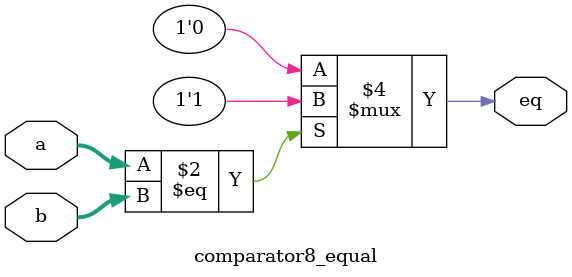
<source format=v>
module comparator8_equal(
    input [7:0] a,
    input [7:0] b,
    output reg eq
);

    always @(*) begin
        if (a == b) begin
            eq = 1;
        end else begin
            eq = 0;
    	end
    end

endmodule

// Verilog code for a 32-bit comparator. The module takes two 32-bit inputs a and b, and outputs three signals: eq (equal), gt (greater than), and lt (less than). The always block compares the two inputs and sets the output signals accordingly.

</source>
